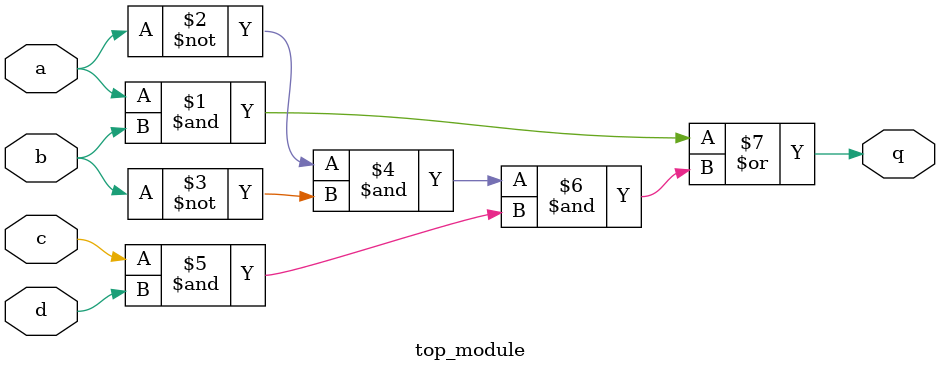
<source format=sv>
module top_module (
    input a, 
    input b, 
    input c, 
    input d,
    output q
);

assign q = (a & b) | ((~a) & (~b) & (c & d));

endmodule

</source>
